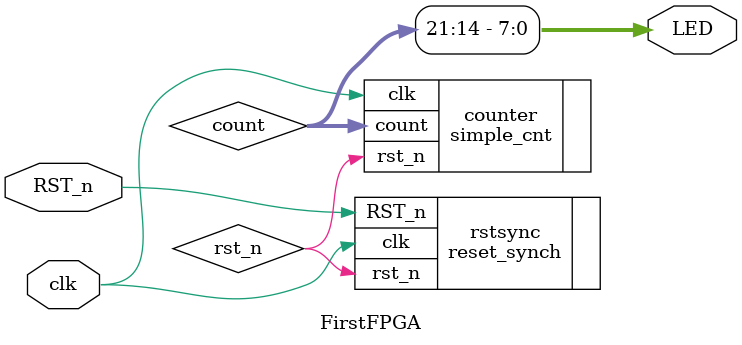
<source format=v>
module FirstFPGA(clk, RST_n, LED);

	input clk, RST_n;

	output [7:0] LED;
	
	wire rst_n;
	wire [21:0] count;
	
	assign LED = count[21:14];
	
	reset_synch rstsync(.RST_n(RST_n), .clk(clk), .rst_n(rst_n));
	
	simple_cnt  counter(.rst_n(rst_n), .clk(clk), .count(count));
	 
endmodule
	
</source>
